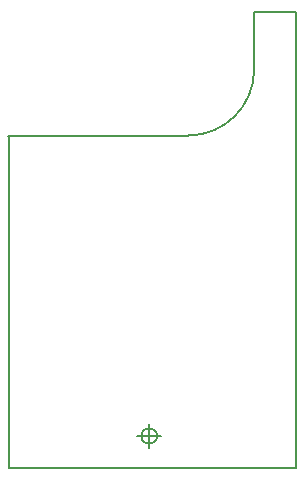
<source format=gm1>
%TF.GenerationSoftware,KiCad,Pcbnew,4.0.7*%
%TF.CreationDate,2018-05-11T17:13:01+01:00*%
%TF.ProjectId,a5v11-mod-01,61357631312D6D6F642D30312E6B6963,rev?*%
%TF.FileFunction,Profile,NP*%
%FSLAX46Y46*%
G04 Gerber Fmt 4.6, Leading zero omitted, Abs format (unit mm)*
G04 Created by KiCad (PCBNEW 4.0.7) date Friday, 11 May 2018 'PMt' 17:13:01*
%MOMM*%
%LPD*%
G01*
G04 APERTURE LIST*
%ADD10C,0.100000*%
%ADD11C,0.150000*%
G04 APERTURE END LIST*
D10*
D11*
X666666Y-44128D02*
G75*
G03X666666Y-44128I-666666J0D01*
G01*
X-1000000Y-44128D02*
X1000000Y-44128D01*
X0Y955872D02*
X0Y-1044128D01*
X3302000Y25400000D02*
G75*
G03X8890000Y30988000I0J5588000D01*
G01*
X-11847400Y-2722600D02*
X-11847400Y25327400D01*
X12452600Y-2722600D02*
X-11847400Y-2722600D01*
X12452600Y35827400D02*
X12452600Y-2722600D01*
X8852600Y35827400D02*
X12452600Y35827400D01*
X8890000Y30988000D02*
X8852600Y35827400D01*
X-11938000Y25400000D02*
X3302000Y25400000D01*
M02*

</source>
